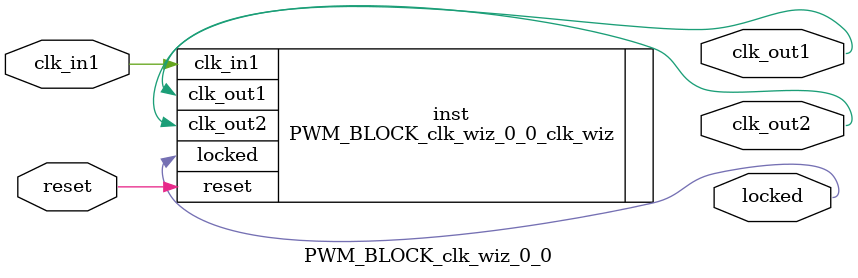
<source format=v>


`timescale 1ps/1ps

(* CORE_GENERATION_INFO = "PWM_BLOCK_clk_wiz_0_0,clk_wiz_v6_0_11_0_0,{component_name=PWM_BLOCK_clk_wiz_0_0,use_phase_alignment=true,use_min_o_jitter=false,use_max_i_jitter=false,use_dyn_phase_shift=false,use_inclk_switchover=false,use_dyn_reconfig=false,enable_axi=0,feedback_source=FDBK_AUTO,PRIMITIVE=MMCM,num_out_clk=2,clkin1_period=83.333,clkin2_period=10.0,use_power_down=false,use_reset=true,use_locked=true,use_inclk_stopped=false,feedback_type=SINGLE,CLOCK_MGR_TYPE=NA,manual_override=false}" *)

module PWM_BLOCK_clk_wiz_0_0 
 (
  // Clock out ports
  output        clk_out1,
  output        clk_out2,
  // Status and control signals
  input         reset,
  output        locked,
 // Clock in ports
  input         clk_in1
 );

  PWM_BLOCK_clk_wiz_0_0_clk_wiz inst
  (
  // Clock out ports  
  .clk_out1(clk_out1),
  .clk_out2(clk_out2),
  // Status and control signals               
  .reset(reset), 
  .locked(locked),
 // Clock in ports
  .clk_in1(clk_in1)
  );

endmodule

</source>
